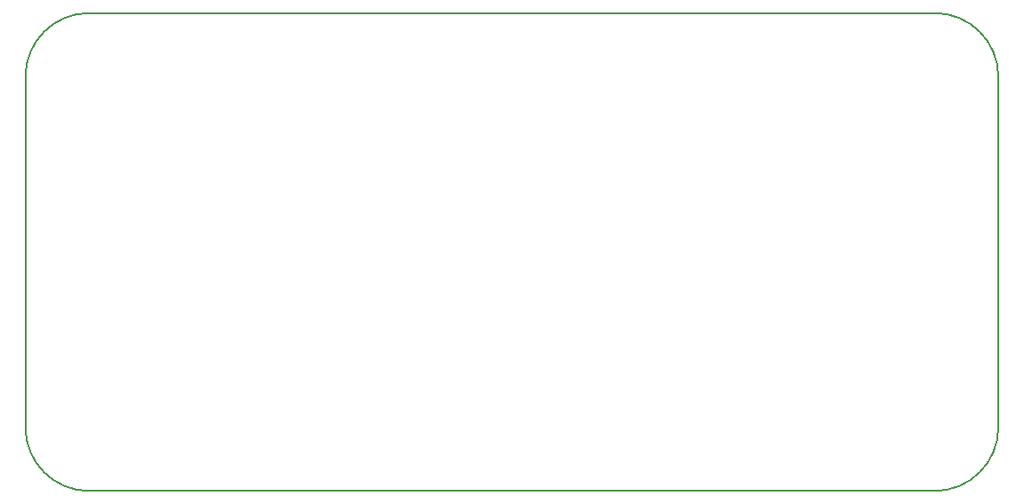
<source format=gbr>
%TF.GenerationSoftware,KiCad,Pcbnew,(6.0.0)*%
%TF.CreationDate,2022-07-31T18:03:17+01:00*%
%TF.ProjectId,PASS LABS F5,50415353-204c-4414-9253-2046352e6b69,rev?*%
%TF.SameCoordinates,Original*%
%TF.FileFunction,Profile,NP*%
%FSLAX46Y46*%
G04 Gerber Fmt 4.6, Leading zero omitted, Abs format (unit mm)*
G04 Created by KiCad (PCBNEW (6.0.0)) date 2022-07-31 18:03:17*
%MOMM*%
%LPD*%
G01*
G04 APERTURE LIST*
%TA.AperFunction,Profile*%
%ADD10C,0.200000*%
%TD*%
G04 APERTURE END LIST*
D10*
X70580000Y-92530000D02*
G75*
G03*
X76640000Y-98590000I6060000J0D01*
G01*
X157190000Y-98590000D02*
G75*
G03*
X163250000Y-92530000I0J6060000D01*
G01*
X157190000Y-53070000D02*
X76640000Y-53070000D01*
X163250000Y-59130000D02*
G75*
G03*
X157190000Y-53070000I-6060000J0D01*
G01*
X163260000Y-92530000D02*
X163250000Y-59130000D01*
X76640000Y-98590000D02*
X157190000Y-98590000D01*
X70580000Y-59140000D02*
X70580000Y-92520000D01*
X76640000Y-53070000D02*
G75*
G03*
X70580000Y-59130000I0J-6060000D01*
G01*
M02*

</source>
